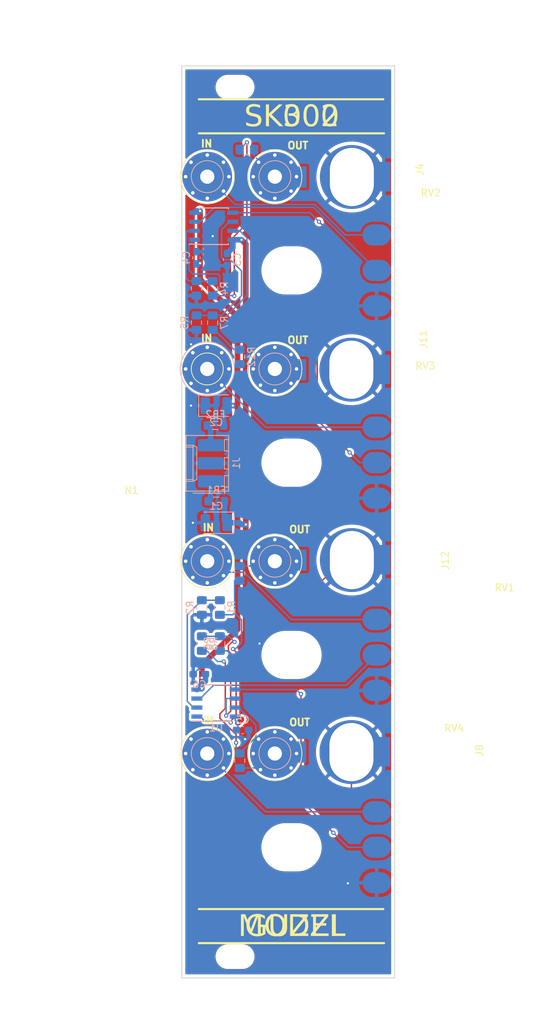
<source format=kicad_pcb>
(kicad_pcb (version 20241229) (generator "pcbnew") (generator_version "9.0")
  (layers (0 "F.Cu" signal) (2 "B.Cu" signal) (13 "F.Paste" user) (15 "B.Paste" user) (5 "F.SilkS" user "F.Silkscreen") (7 "B.SilkS" user "B.Silkscreen") (1 "F.Mask" user) (3 "B.Mask" user) (25 "Edge.Cuts" user))
  (net 0 "")
  (net 1 "+5V")
  (net 2 "GND")
  (net 3 "-5V")
  (net 4 "Net-(J1-Pin_1)")
  (net 5 "Net-(J1-Pin_3)")
  (net 6 "Net-(J2-Pin_1)")
  (net 7 "Net-(J3-Pin_1)")
  (net 8 "Net-(J5-Pin_1)")
  (net 9 "Net-(U1A--)")
  (net 10 "Net-(R1-Pad1)")
  (net 11 "Net-(U2A--)")
  (net 12 "Net-(R11-Pad2)")
  (net 13 "Net-(U1B--)")
  (net 14 "Net-(R8-Pad1)")
  (net 15 "Net-(U1A-+)")
  (net 16 "Net-(U2A-+)")
  (net 17 "Net-(U1B-+)")
  (net 18 "Net-(J4-Pin_1)")
  (net 19 "Net-(J12-Pin_1)")
  (net 20 "Net-(J8-Pin_1)")
  (net 21 "Net-(J10-Pin_1)")
  (net 22 "Net-(J11-Pin_1)")
  (net 23 "Net-(U2B--)")
  (net 24 "Net-(R12-Pad2)")
  (net 25 "Net-(U2B-+)")
  (footprint "synkie_footprints:Potentiometer_Uwe_100k_frontplate" (layer "F.Cu") (at 161.482 74.168)
    (property "Reference" "RV2" (at 19.62 -10.922 180) (layer "F.SilkS"))
    (property "Value" "100k" (hide yes))
    (pad "" np_thru_hole circle (at 0 0) (size 2 2) (drill oval 8 6.3) (layers "*.Cu" "*.Mask"))
    (pad "1" smd oval (at 12 5) (size 4 3) (layers "B.Cu" "B.Mask" "B.Paste") (net 2 "GND"))
    (pad "2" smd oval (at 12 0) (size 4 3) (layers "B.Cu" "B.Mask" "B.Paste") (net 16 "Net-(U2A-+)"))
    (pad "3" smd oval (at 12 -5) (size 4 3) (layers "B.Cu" "B.Mask" "B.Paste") (net 7 "Net-(J3-Pin_1)"))
  )
  (footprint "synkie_footprints:Solderpad-SYNKIEPAD-2mm" (layer "F.Cu") (at 159.131 115.146667)
    (property "Reference" "J6" (hide yes))
    (property "Value" "out1" (hide yes))
    (pad "1" thru_hole circle (at -3.048 0) (size 0.8 0.8) (drill 0.5) (layers "*.Cu" "*.Mask") (net 19 "Net-(J12-Pin_1)"))
    (pad "1" thru_hole circle (at -2.286 -2.032) (size 0.8 0.8) (drill 0.5) (layers "*.Cu" "*.Mask") (net 19 "Net-(J12-Pin_1)"))
    (pad "1" thru_hole circle (at -2.032 2.286) (size 0.8 0.8) (drill 0.5) (layers "*.Cu" "*.Mask") (net 19 "Net-(J12-Pin_1)"))
    (pad "1" thru_hole circle (at 0 -3.048) (size 0.8 0.8) (drill 0.5) (layers "*.Cu" "*.Mask") (net 19 "Net-(J12-Pin_1)"))
    (pad "1" thru_hole circle (at 0 0) (size 7 7) (drill 2) (layers "*.Cu" "*.Mask") (net 19 "Net-(J12-Pin_1)"))
    (pad "1" thru_hole circle (at 0 3.048) (size 0.8 0.8) (drill 0.5) (layers "*.Cu" "*.Mask") (net 19 "Net-(J12-Pin_1)"))
    (pad "1" thru_hole circle (at 2.286 -2.032) (size 0.8 0.8) (drill 0.5) (layers "*.Cu" "*.Mask") (net 19 "Net-(J12-Pin_1)"))
    (pad "1" thru_hole circle (at 2.286 2.032) (size 0.8 0.8) (drill 0.5) (layers "*.Cu" "*.Mask") (net 19 "Net-(J12-Pin_1)"))
    (pad "1" thru_hole circle (at 3.048 0) (size 0.8 0.8) (drill 0.5) (layers "*.Cu" "*.Mask") (net 19 "Net-(J12-Pin_1)"))
  )
  (footprint "synkie_footprints:Solderpad-SYNKIEPAD-2mm" (layer "F.Cu") (at 149.606 115.146667)
    (property "Reference" "J2" (hide yes))
    (property "Value" "in1")
    (pad "1" thru_hole circle (at -3.048 0) (size 0.8 0.8) (drill 0.5) (layers "*.Cu" "*.Mask") (net 6 "Net-(J2-Pin_1)"))
    (pad "1" thru_hole circle (at -2.286 -2.032) (size 0.8 0.8) (drill 0.5) (layers "*.Cu" "*.Mask") (net 6 "Net-(J2-Pin_1)"))
    (pad "1" thru_hole circle (at -2.032 2.286) (size 0.8 0.8) (drill 0.5) (layers "*.Cu" "*.Mask") (net 6 "Net-(J2-Pin_1)"))
    (pad "1" thru_hole circle (at 0 -3.048) (size 0.8 0.8) (drill 0.5) (layers "*.Cu" "*.Mask") (net 6 "Net-(J2-Pin_1)"))
    (pad "1" thru_hole circle (at 0 0) (size 7 7) (drill 2) (layers "*.Cu" "*.Mask") (net 6 "Net-(J2-Pin_1)"))
    (pad "1" thru_hole circle (at 0 3.048) (size 0.8 0.8) (drill 0.5) (layers "*.Cu" "*.Mask") (net 6 "Net-(J2-Pin_1)"))
    (pad "1" thru_hole circle (at 2.286 -2.032) (size 0.8 0.8) (drill 0.5) (layers "*.Cu" "*.Mask") (net 6 "Net-(J2-Pin_1)"))
    (pad "1" thru_hole circle (at 2.286 2.032) (size 0.8 0.8) (drill 0.5) (layers "*.Cu" "*.Mask") (net 6 "Net-(J2-Pin_1)"))
    (pad "1" thru_hole circle (at 3.048 0) (size 0.8 0.8) (drill 0.5) (layers "*.Cu" "*.Mask") (net 6 "Net-(J2-Pin_1)"))
  )
  (footprint "synkie_footprints:Potentiometer_Uwe_100k_frontplate" (layer "F.Cu") (at 161.482 128.354667)
    (property "Reference" "RV1" (at 30.034 -9.482667 180) (layer "F.SilkS"))
    (property "Value" "100k" (hide yes))
    (pad "" np_thru_hole circle (at 0 0) (size 2 2) (drill oval 8 6.3) (layers "*.Cu" "*.Mask"))
    (pad "1" smd oval (at 12 5) (size 4 3) (layers "B.Cu" "B.Mask" "B.Paste") (net 2 "GND"))
    (pad "2" smd oval (at 12 0) (size 4 3) (layers "B.Cu" "B.Mask" "B.Paste") (net 15 "Net-(U1A-+)"))
    (pad "3" smd oval (at 12 -5) (size 4 3) (layers "B.Cu" "B.Mask" "B.Paste") (net 6 "Net-(J2-Pin_1)"))
  )
  (footprint "synkie_footprints:MiniJack-PJ301M_1" (layer "F.Cu") (at 169.982307 114.983306 90)
    (property "Reference" "J12" (at -0.078694 13.151693 90) (layer "F.SilkS"))
    (property "Value" "out-jack")
    (pad "1" smd rect (at 0 -7.366 180) (size 2 3) (layers "B.Cu" "B.Mask" "B.Paste") (net 19 "Net-(J12-Pin_1)"))
    (pad "2" thru_hole circle (at 0 0 180) (size 9 9) (drill oval 6.2 8.2) (layers "*.Cu" "*.Mask") (net 2 "GND"))
    (pad "2" smd rect (at 0.048306 4.515693 90) (size 4.160612 1.871386) (layers "B.Cu" "B.Mask" "B.Paste") (net 2 "GND"))
  )
  (footprint "synkie_footprints:Frontplate_30mm" (layer "F.Cu") (at 146.018 45.356)
    (property "Reference" "N1" (at -7.08 59.8 0) (layer "F.SilkS"))
    (property "Value" "Housing")
    (fp_rect (start 0 0) (end 30 128.5) (stroke (width 0.12)) (fill no) (layer "Edge.Cuts"))
    (fp_text user "SK000" (at 15.5 9 0) (layer "F.SilkS") (effects (font (size 3 3)) (justify bottom)))
    (fp_text user "MODEL" (at 15.5 123.1 0) (layer "F.SilkS") (effects (font (size 3 3)) (justify bottom)))
    (fp_text user "GUZZI" (at 15.5 123.1 0) (layer "F.SilkS") (effects (font (size 3 3)) (justify bottom)))
    (fp_text user "SK302" (at 15.5 9 0) (layer "F.SilkS") (effects (font (size 3 3)) (justify bottom)))
    (pad "" np_thru_hole circle (at 7.5 3) (size 1.524 1.524) (drill oval 5 3) (layers "*.Cu" "*.Mask"))
    (pad "" np_thru_hole circle (at 7.5 125.5) (size 1.524 1.524) (drill oval 5 3) (layers "*.Cu" "*.Mask"))
  )
  (footprint "synkie_footprints:Solderpad-SYNKIEPAD-2mm" (layer "F.Cu") (at 149.606 60.96)
    (property "Reference" "J3" (hide yes))
    (property "Value" "in2")
    (pad "1" thru_hole circle (at -3.048 0) (size 0.8 0.8) (drill 0.5) (layers "*.Cu" "*.Mask") (net 7 "Net-(J3-Pin_1)"))
    (pad "1" thru_hole circle (at -2.286 -2.032) (size 0.8 0.8) (drill 0.5) (layers "*.Cu" "*.Mask") (net 7 "Net-(J3-Pin_1)"))
    (pad "1" thru_hole circle (at -2.032 2.286) (size 0.8 0.8) (drill 0.5) (layers "*.Cu" "*.Mask") (net 7 "Net-(J3-Pin_1)"))
    (pad "1" thru_hole circle (at 0 -3.048) (size 0.8 0.8) (drill 0.5) (layers "*.Cu" "*.Mask") (net 7 "Net-(J3-Pin_1)"))
    (pad "1" thru_hole circle (at 0 0) (size 7 7) (drill 2) (layers "*.Cu" "*.Mask") (net 7 "Net-(J3-Pin_1)"))
    (pad "1" thru_hole circle (at 0 3.048) (size 0.8 0.8) (drill 0.5) (layers "*.Cu" "*.Mask") (net 7 "Net-(J3-Pin_1)"))
    (pad "1" thru_hole circle (at 2.286 -2.032) (size 0.8 0.8) (drill 0.5) (layers "*.Cu" "*.Mask") (net 7 "Net-(J3-Pin_1)"))
    (pad "1" thru_hole circle (at 2.286 2.032) (size 0.8 0.8) (drill 0.5) (layers "*.Cu" "*.Mask") (net 7 "Net-(J3-Pin_1)"))
    (pad "1" thru_hole circle (at 3.048 0) (size 0.8 0.8) (drill 0.5) (layers "*.Cu" "*.Mask") (net 7 "Net-(J3-Pin_1)"))
  )
  (footprint "synkie_footprints:Potentiometer_Uwe_100k_frontplate" (layer "F.Cu") (at 161.482 101.261333)
    (property "Reference" "RV3" (at 18.858 -13.631333 0) (layer "F.SilkS"))
    (property "Value" "100k" (hide yes))
    (pad "" np_thru_hole circle (at 0 0) (size 2 2) (drill oval 8 6.3) (layers "*.Cu" "*.Mask"))
    (pad "1" smd oval (at 12 5) (size 4 3) (layers "B.Cu" "B.Mask" "B.Paste") (net 2 "GND"))
    (pad "2" smd oval (at 12 0) (size 4 3) (layers "B.Cu" "B.Mask" "B.Paste") (net 25 "Net-(U2B-+)"))
    (pad "3" smd oval (at 12 -5) (size 4 3) (layers "B.Cu" "B.Mask" "B.Paste") (net 21 "Net-(J10-Pin_1)"))
  )
  (footprint "synkie_footprints:MiniJack-PJ301M_1" (layer "F.Cu") (at 169.911614 88.161612 90)
    (property "Reference" "J11" (at 4.287612 10.174386 90) (layer "F.SilkS"))
    (property "Value" "out-jack")
    (pad "1" smd rect (at 0 -7.366 180) (size 2 3) (layers "B.Cu" "B.Mask" "B.Paste") (net 22 "Net-(J11-Pin_1)"))
    (pad "2" thru_hole circle (at 0 0 180) (size 9 9) (drill oval 6.2 8.2) (layers "*.Cu" "*.Mask") (net 2 "GND"))
    (pad "2" smd rect (at 0.048306 4.515693 90) (size 4.160612 1.871386) (layers "B.Cu" "B.Mask" "B.Paste") (net 2 "GND"))
  )
  (footprint "synkie_footprints:Solderpad-SYNKIEPAD-2mm" (layer "F.Cu") (at 159.131 60.96)
    (property "Reference" "J7" (hide yes))
    (property "Value" "out1" (hide yes))
    (pad "1" thru_hole circle (at -3.048 0) (size 0.8 0.8) (drill 0.5) (layers "*.Cu" "*.Mask") (net 18 "Net-(J4-Pin_1)"))
    (pad "1" thru_hole circle (at -2.286 -2.032) (size 0.8 0.8) (drill 0.5) (layers "*.Cu" "*.Mask") (net 18 "Net-(J4-Pin_1)"))
    (pad "1" thru_hole circle (at -2.032 2.286) (size 0.8 0.8) (drill 0.5) (layers "*.Cu" "*.Mask") (net 18 "Net-(J4-Pin_1)"))
    (pad "1" thru_hole circle (at 0 -3.048) (size 0.8 0.8) (drill 0.5) (layers "*.Cu" "*.Mask") (net 18 "Net-(J4-Pin_1)"))
    (pad "1" thru_hole circle (at 0 0) (size 7 7) (drill 2) (layers "*.Cu" "*.Mask") (net 18 "Net-(J4-Pin_1)"))
    (pad "1" thru_hole circle (at 0 3.048) (size 0.8 0.8) (drill 0.5) (layers "*.Cu" "*.Mask") (net 18 "Net-(J4-Pin_1)"))
    (pad "1" thru_hole circle (at 2.286 -2.032) (size 0.8 0.8) (drill 0.5) (layers "*.Cu" "*.Mask") (net 18 "Net-(J4-Pin_1)"))
    (pad "1" thru_hole circle (at 2.286 2.032) (size 0.8 0.8) (drill 0.5) (layers "*.Cu" "*.Mask") (net 18 "Net-(J4-Pin_1)"))
    (pad "1" thru_hole circle (at 3.048 0) (size 0.8 0.8) (drill 0.5) (layers "*.Cu" "*.Mask") (net 18 "Net-(J4-Pin_1)"))
  )
  (footprint "synkie_footprints:Solderpad-SYNKIEPAD-2mm" (layer "F.Cu") (at 159.131 142.24)
    (property "Reference" "J9" (hide yes))
    (property "Value" "out3" (hide yes))
    (pad "1" thru_hole circle (at -3.048 0) (size 0.8 0.8) (drill 0.5) (layers "*.Cu" "*.Mask") (net 20 "Net-(J8-Pin_1)"))
    (pad "1" thru_hole circle (at -2.286 -2.032) (size 0.8 0.8) (drill 0.5) (layers "*.Cu" "*.Mask") (net 20 "Net-(J8-Pin_1)"))
    (pad "1" thru_hole circle (at -2.032 2.286) (size 0.8 0.8) (drill 0.5) (layers "*.Cu" "*.Mask") (net 20 "Net-(J8-Pin_1)"))
    (pad "1" thru_hole circle (at 0 -3.048) (size 0.8 0.8) (drill 0.5) (layers "*.Cu" "*.Mask") (net 20 "Net-(J8-Pin_1)"))
    (pad "1" thru_hole circle (at 0 0) (size 7 7) (drill 2) (layers "*.Cu" "*.Mask") (net 20 "Net-(J8-Pin_1)"))
    (pad "1" thru_hole circle (at 0 3.048) (size 0.8 0.8) (drill 0.5) (layers "*.Cu" "*.Mask") (net 20 "Net-(J8-Pin_1)"))
    (pad "1" thru_hole circle (at 2.286 -2.032) (size 0.8 0.8) (drill 0.5) (layers "*.Cu" "*.Mask") (net 20 "Net-(J8-Pin_1)"))
    (pad "1" thru_hole circle (at 2.286 2.032) (size 0.8 0.8) (drill 0.5) (layers "*.Cu" "*.Mask") (net 20 "Net-(J8-Pin_1)"))
    (pad "1" thru_hole circle (at 3.048 0) (size 0.8 0.8) (drill 0.5) (layers "*.Cu" "*.Mask") (net 20 "Net-(J8-Pin_1)"))
  )
  (footprint "synkie_footprints:MiniJack-PJ301M_1" (layer "F.Cu") (at 169.982307 61.008306 90)
    (property "Reference" "J4" (at 1.064306 9.595693 90) (layer "F.SilkS"))
    (property "Value" "out-jack")
    (pad "1" smd rect (at 0 -7.366 180) (size 2 3) (layers "B.Cu" "B.Mask" "B.Paste") (net 18 "Net-(J4-Pin_1)"))
    (pad "2" thru_hole circle (at 0 0 180) (size 9 9) (drill oval 6.2 8.2) (layers "*.Cu" "*.Mask") (net 2 "GND"))
    (pad "2" smd rect (at 0.048306 4.515693 90) (size 4.160612 1.871386) (layers "B.Cu" "B.Mask" "B.Paste") (net 2 "GND"))
  )
  (footprint "synkie_footprints:Solderpad-SYNKIEPAD-2mm" (layer "F.Cu") (at 149.606 142.24)
    (property "Reference" "J5" (hide yes))
    (property "Value" "in3")
    (pad "1" thru_hole circle (at -3.048 0) (size 0.8 0.8) (drill 0.5) (layers "*.Cu" "*.Mask") (net 8 "Net-(J5-Pin_1)"))
    (pad "1" thru_hole circle (at -2.286 -2.032) (size 0.8 0.8) (drill 0.5) (layers "*.Cu" "*.Mask") (net 8 "Net-(J5-Pin_1)"))
    (pad "1" thru_hole circle (at -2.032 2.286) (size 0.8 0.8) (drill 0.5) (layers "*.Cu" "*.Mask") (net 8 "Net-(J5-Pin_1)"))
    (pad "1" thru_hole circle (at 0 -3.048) (size 0.8 0.8) (drill 0.5) (layers "*.Cu" "*.Mask") (net 8 "Net-(J5-Pin_1)"))
    (pad "1" thru_hole circle (at 0 0) (size 7 7) (drill 2) (layers "*.Cu" "*.Mask") (net 8 "Net-(J5-Pin_1)"))
    (pad "1" thru_hole circle (at 0 3.048) (size 0.8 0.8) (drill 0.5) (layers "*.Cu" "*.Mask") (net 8 "Net-(J5-Pin_1)"))
    (pad "1" thru_hole circle (at 2.286 -2.032) (size 0.8 0.8) (drill 0.5) (layers "*.Cu" "*.Mask") (net 8 "Net-(J5-Pin_1)"))
    (pad "1" thru_hole circle (at 2.286 2.032) (size 0.8 0.8) (drill 0.5) (layers "*.Cu" "*.Mask") (net 8 "Net-(J5-Pin_1)"))
    (pad "1" thru_hole circle (at 3.048 0) (size 0.8 0.8) (drill 0.5) (layers "*.Cu" "*.Mask") (net 8 "Net-(J5-Pin_1)"))
  )
  (footprint "synkie_footprints:Potentiometer_Uwe_100k_frontplate" (layer "F.Cu") (at 161.482 155.448)
    (property "Reference" "RV4" (at 22.922 -16.764 180) (layer "F.SilkS"))
    (property "Value" "100k" (hide yes))
    (pad "" np_thru_hole circle (at 0 0) (size 2 2) (drill oval 8 6.3) (layers "*.Cu" "*.Mask"))
    (pad "1" smd oval (at 12 5) (size 4 3) (layers "B.Cu" "B.Mask" "B.Paste") (net 2 "GND"))
    (pad "2" smd oval (at 12 0) (size 4 3) (layers "B.Cu" "B.Mask" "B.Paste") (net 17 "Net-(U1B-+)"))
    (pad "3" smd oval (at 12 -5) (size 4 3) (layers "B.Cu" "B.Mask" "B.Paste") (net 8 "Net-(J5-Pin_1)"))
  )
  (footprint "synkie_footprints:MiniJack-PJ301M_1" (layer "F.Cu") (at 169.926 142.04 90)
    (property "Reference" "J8" (at 0.254 18.034 90) (layer "F.SilkS"))
    (property "Value" "out-jack")
    (pad "1" smd rect (at 0 -7.366 180) (size 2 3) (layers "B.Cu" "B.Mask" "B.Paste") (net 20 "Net-(J8-Pin_1)"))
    (pad "2" thru_hole circle (at 0 0 180) (size 9 9) (drill oval 6.2 8.2) (layers "*.Cu" "*.Mask") (net 2 "GND"))
    (pad "2" smd rect (at 0.048306 4.515693 90) (size 4.160612 1.871386) (layers "B.Cu" "B.Mask" "B.Paste") (net 2 "GND"))
  )
  (footprint "synkie_footprints:Solderpad-SYNKIEPAD-2mm" (layer "F.Cu") (at 159.131 88.053333)
    (property "Reference" "J13" (hide yes))
    (property "Value" "out3")
    (pad "1" thru_hole circle (at -3.048 0) (size 0.8 0.8) (drill 0.5) (layers "*.Cu" "*.Mask") (net 22 "Net-(J11-Pin_1)"))
    (pad "1" thru_hole circle (at -2.286 -2.032) (size 0.8 0.8) (drill 0.5) (layers "*.Cu" "*.Mask") (net 22 "Net-(J11-Pin_1)"))
    (pad "1" thru_hole circle (at -2.032 2.286) (size 0.8 0.8) (drill 0.5) (layers "*.Cu" "*.Mask") (net 22 "Net-(J11-Pin_1)"))
    (pad "1" thru_hole circle (at 0 -3.048) (size 0.8 0.8) (drill 0.5) (layers "*.Cu" "*.Mask") (net 22 "Net-(J11-Pin_1)"))
    (pad "1" thru_hole circle (at 0 0) (size 7 7) (drill 2) (layers "*.Cu" "*.Mask") (net 22 "Net-(J11-Pin_1)"))
    (pad "1" thru_hole circle (at 0 3.048) (size 0.8 0.8) (drill 0.5) (layers "*.Cu" "*.Mask") (net 22 "Net-(J11-Pin_1)"))
    (pad "1" thru_hole circle (at 2.286 -2.032) (size 0.8 0.8) (drill 0.5) (layers "*.Cu" "*.Mask") (net 22 "Net-(J11-Pin_1)"))
    (pad "1" thru_hole circle (at 2.286 2.032) (size 0.8 0.8) (drill 0.5) (layers "*.Cu" "*.Mask") (net 22 "Net-(J11-Pin_1)"))
    (pad "1" thru_hole circle (at 3.048 0) (size 0.8 0.8) (drill 0.5) (layers "*.Cu" "*.Mask") (net 22 "Net-(J11-Pin_1)"))
  )
  (footprint "synkie_footprints:R_0805_2012Metric_Pad1.15x1.40mm_HandSolder" (layer "B.Cu") (at 151.384 126.737 -90)
    (property "Reference" "R6" (at 0 1.65 90) (layer "B.SilkS") (effects (justify mirror)))
    (property "Value" "300")
    (pad "1" smd roundrect (at -1.025 0 270) (size 1.15 1.4) (layers "B.Cu" "B.Mask" "B.Paste") (roundrect_rratio 0.217391) (net 13 "Net-(U1B--)"))
    (pad "2" smd roundrect (at 1.025 0 270) (size 1.15 1.4) (layers "B.Cu" "B.Mask" "B.Paste") (roundrect_rratio 0.217391) (net 2 "GND"))
  )
  (footprint "synkie_footprints:SOIC-8_3.9x4.9mm_P1.27mm" (layer "B.Cu") (at 150.511 67.945)
    (property "Reference" "U2" (hide yes))
    (property "Value" "Max4392")
    (pad "1" smd rect (at -2.7 1.905) (size 1.55 0.6) (layers "B.Cu" "B.Mask" "B.Paste") (net 12 "Net-(R11-Pad2)"))
    (pad "2" smd rect (at -2.7 0.635) (size 1.55 0.6) (layers "B.Cu" "B.Mask" "B.Paste") (net 11 "Net-(U2A--)"))
    (pad "3" smd rect (at -2.7 -0.635) (size 1.55 0.6) (layers "B.Cu" "B.Mask" "B.Paste") (net 16 "Net-(U2A-+)"))
    (pad "4" smd rect (at -2.7 -1.905) (size 1.55 0.6) (layers "B.Cu" "B.Mask" "B.Paste") (net 3 "-5V"))
    (pad "5" smd rect (at 2.7 -1.905) (size 1.55 0.6) (layers "B.Cu" "B.Mask" "B.Paste") (net 25 "Net-(U2B-+)"))
    (pad "6" smd rect (at 2.7 -0.635) (size 1.55 0.6) (layers "B.Cu" "B.Mask" "B.Paste") (net 23 "Net-(U2B--)"))
    (pad "7" smd rect (at 2.7 0.635) (size 1.55 0.6) (layers "B.Cu" "B.Mask" "B.Paste") (net 24 "Net-(R12-Pad2)"))
    (pad "8" smd rect (at 2.7 1.905) (size 1.55 0.6) (layers "B.Cu" "B.Mask" "B.Paste") (net 1 "+5V"))
  )
  (footprint "Capacitor_SMD:C_0603_1608Metric_Pad1.08x0.95mm_HandSolder" (layer "B.Cu") (at 148.082 72.39 -90)
    (property "Reference" "C4" (at 0 1.43 90) (layer "B.SilkS") (effects (justify mirror)))
    (property "Value" "C")
    (pad "1" smd roundrect (at -0.8625 0 270) (size 1.075 0.95) (layers "B.Cu" "B.Mask" "B.Paste") (net 2 "GND"))
    (pad "2" smd roundrect (at 0.8625 0 270) (size 1.075 0.95) (layers "B.Cu" "B.Mask" "B.Paste") (net 3 "-5V"))
  )
  (footprint "Capacitor_SMD:C_0603_1608Metric_Pad1.08x0.95mm_HandSolder" (layer "B.Cu") (at 154.5855 138.938 180)
    (property "Reference" "C5" (at 0 1.43 180) (layer "B.SilkS") (effects (justify mirror)))
    (property "Value" "C")
    (pad "1" smd roundrect (at -0.8625 0 180) (size 1.075 0.95) (layers "B.Cu" "B.Mask" "B.Paste") (net 2 "GND"))
    (pad "2" smd roundrect (at 0.8625 0 180) (size 1.075 0.95) (layers "B.Cu" "B.Mask" "B.Paste") (net 1 "+5V"))
  )
  (footprint "synkie_footprints:Solderpad-SYNKIEPAD-2mm" (layer "B.Cu") (at 149.606 88.053333 90)
    (property "Reference" "J10" (hide yes))
    (property "Value" "in3")
    (pad "1" thru_hole circle (at -3.048 0 90) (size 0.8 0.8) (drill 0.5) (layers "*.Cu" "*.Mask") (net 21 "Net-(J10-Pin_1)"))
    (pad "1" thru_hole circle (at -2.286 2.032 90) (size 0.8 0.8) (drill 0.5) (layers "*.Cu" "*.Mask") (net 21 "Net-(J10-Pin_1)"))
    (pad "1" thru_hole circle (at -2.032 -2.286 90) (size 0.8 0.8) (drill 0.5) (layers "*.Cu" "*.Mask") (net 21 "Net-(J10-Pin_1)"))
    (pad "1" thru_hole circle (at 0 -3.048 90) (size 0.8 0.8) (drill 0.5) (layers "*.Cu" "*.Mask") (net 21 "Net-(J10-Pin_1)"))
    (pad "1" thru_hole circle (at 0 0 90) (size 7 7) (drill 2) (layers "*.Cu" "*.Mask") (net 21 "Net-(J10-Pin_1)"))
    (pad "1" thru_hole circle (at 0 3.048 90) (size 0.8 0.8) (drill 0.5) (layers "*.Cu" "*.Mask") (net 21 "Net-(J10-Pin_1)"))
    (pad "1" thru_hole circle (at 2.286 -2.032 90) (size 0.8 0.8) (drill 0.5) (layers "*.Cu" "*.Mask") (net 21 "Net-(J10-Pin_1)"))
    (pad "1" thru_hole circle (at 2.286 2.032 90) (size 0.8 0.8) (drill 0.5) (layers "*.Cu" "*.Mask") (net 21 "Net-(J10-Pin_1)"))
    (pad "1" thru_hole circle (at 3.048 0 90) (size 0.8 0.8) (drill 0.5) (layers "*.Cu" "*.Mask") (net 21 "Net-(J10-Pin_1)"))
  )
  (footprint "Inductor_SMD:L_0805_2012Metric_Pad1.05x1.20mm_HandSolder" (layer "B.Cu") (at 150.756 96.012 180)
    (property "Reference" "FB2" (at 0 1.55 0) (layer "B.SilkS") (effects (justify mirror)))
    (property "Value" "Ferrite_Bead")
    (pad "1" smd roundrect (at -1.15 0 180) (size 1.05 1.2) (layers "B.Cu" "B.Mask" "B.Paste") (roundrect_rratio 0.238095) (net 3 "-5V"))
    (pad "2" smd roundrect (at 1.15 0 180) (size 1.05 1.2) (layers "B.Cu" "B.Mask" "B.Paste") (roundrect_rratio 0.238095) (net 5 "Net-(J1-Pin_3)"))
  )
  (footprint "synkie_footprints:R_0805_2012Metric_Pad1.15x1.40mm_HandSolder" (layer "B.Cu") (at 154.178 143.247 90)
    (property "Reference" "R9" (hide yes))
    (property "Value" "75" (hide yes))
    (pad "1" smd roundrect (at -1.025 0 90) (size 1.15 1.4) (layers "B.Cu" "B.Mask" "B.Paste") (roundrect_rratio 0.217391) (net 20 "Net-(J8-Pin_1)"))
    (pad "2" smd roundrect (at 1.025 0 90) (size 1.15 1.4) (layers "B.Cu" "B.Mask" "B.Paste") (roundrect_rratio 0.217391) (net 14 "Net-(R8-Pad1)"))
  )
  (footprint "Inductor_SMD:L_0805_2012Metric_Pad1.05x1.20mm_HandSolder" (layer "B.Cu") (at 150.876 106.68 180)
    (property "Reference" "FB1" (at 0 1.55 0) (layer "B.SilkS") (effects (justify mirror)))
    (property "Value" "Ferrite_Bead")
    (pad "1" smd roundrect (at -1.15 0 180) (size 1.05 1.2) (layers "B.Cu" "B.Mask" "B.Paste") (roundrect_rratio 0.238095) (net 1 "+5V"))
    (pad "2" smd roundrect (at 1.15 0 180) (size 1.05 1.2) (layers "B.Cu" "B.Mask" "B.Paste") (roundrect_rratio 0.238095) (net 4 "Net-(J1-Pin_1)"))
  )
  (footprint "synkie_footprints:Molex_KK-254_AE-6410-03A_1x03_P2.54mm_Vertical_SMD" (layer "B.Cu") (at 149.586 103.886 90)
    (property "Reference" "J1" (at 2.54 4.12 270) (layer "B.SilkS") (effects (justify mirror)))
    (property "Value" "Supply")
    (pad "1" smd roundrect (at 0 0.5 90) (size 1.74 3.6) (layers "B.Cu" "B.Mask" "B.Paste") (roundrect_rratio 0.143678) (net 4 "Net-(J1-Pin_1)"))
    (pad "2" smd roundrect (at 2.54 0.5 90) (size 1.74 3.6) (layers "B.Cu" "B.Mask" "B.Paste") (roundrect_rratio 0.143678) (net 2 "GND"))
    (pad "3" smd roundrect (at 5.08 0.5 90) (size 1.74 3.6) (layers "B.Cu" "B.Mask" "B.Paste") (roundrect_rratio 0.143678) (net 5 "Net-(J1-Pin_3)"))
  )
  (footprint "Capacitor_SMD:C_0603_1608Metric_Pad1.08x0.95mm_HandSolder" (layer "B.Cu") (at 152.4 72.644 90)
    (property "Reference" "C3" (at 0 1.43 90) (layer "B.SilkS") (effects (justify mirror)))
    (property "Value" "C")
    (pad "1" smd roundrect (at -0.8625 0 90) (size 1.075 0.95) (layers "B.Cu" "B.Mask" "B.Paste") (net 2 "GND"))
    (pad "2" smd roundrect (at 0.8625 0 90) (size 1.075 0.95) (layers "B.Cu" "B.Mask" "B.Paste") (net 1 "+5V"))
  )
  (footprint "synkie_footprints:R_0805_2012Metric_Pad1.15x1.40mm_HandSolder" (layer "B.Cu") (at 154.178 86.351 90)
    (property "Reference" "R12" (at 0 1.65 90) (layer "B.SilkS") (effects (justify mirror)))
    (property "Value" "75")
    (pad "1" smd roundrect (at -1.025 0 90) (size 1.15 1.4) (layers "B.Cu" "B.Mask" "B.Paste") (roundrect_rratio 0.217391) (net 22 "Net-(J11-Pin_1)"))
    (pad "2" smd roundrect (at 1.025 0 90) (size 1.15 1.4) (layers "B.Cu" "B.Mask" "B.Paste") (roundrect_rratio 0.217391) (net 24 "Net-(R12-Pad2)"))
  )
  (footprint "Capacitor_SMD:C_0603_1608Metric_Pad1.08x0.95mm_HandSolder" (layer "B.Cu") (at 148.4895 131.064)
    (property "Reference" "C6" (at 0 1.43 180) (layer "B.SilkS") (effects (justify mirror)))
    (property "Value" "C")
    (pad "1" smd roundrect (at -0.8625 0) (size 1.075 0.95) (layers "B.Cu" "B.Mask" "B.Paste") (net 2 "GND"))
    (pad "2" smd roundrect (at 0.8625 0) (size 1.075 0.95) (layers "B.Cu" "B.Mask" "B.Paste") (net 3 "-5V"))
  )
  (footprint "synkie_footprints:R_0805_2012Metric_Pad1.15x1.40mm_HandSolder" (layer "B.Cu") (at 151.384 121.666 90)
    (property "Reference" "R1" (at 0 1.65 90) (layer "B.SilkS") (effects (justify mirror)))
    (property "Value" "1k2")
    (pad "1" smd roundrect (at -1.025 0 90) (size 1.15 1.4) (layers "B.Cu" "B.Mask" "B.Paste") (roundrect_rratio 0.217391) (net 10 "Net-(R1-Pad1)"))
    (pad "2" smd roundrect (at 1.025 0 90) (size 1.15 1.4) (layers "B.Cu" "B.Mask" "B.Paste") (roundrect_rratio 0.217391) (net 9 "Net-(U1A--)"))
  )
  (footprint "synkie_footprints:R_0805_2012Metric_Pad1.15x1.40mm_HandSolder" (layer "B.Cu") (at 150.368 81.525 90)
    (property "Reference" "R7" (at 0 1.65 90) (layer "B.SilkS") (effects (justify mirror)))
    (property "Value" "1k2")
    (pad "1" smd roundrect (at -1.025 0 90) (size 1.15 1.4) (layers "B.Cu" "B.Mask" "B.Paste") (roundrect_rratio 0.217391) (net 24 "Net-(R12-Pad2)"))
    (pad "2" smd roundrect (at 1.025 0 90) (size 1.15 1.4) (layers "B.Cu" "B.Mask" "B.Paste") (roundrect_rratio 0.217391) (net 23 "Net-(U2B--)"))
  )
  (footprint "synkie_footprints:R_0805_2012Metric_Pad1.15x1.40mm_HandSolder" (layer "B.Cu") (at 150.368 76.699 90)
    (property "Reference" "R4" (at 0 1.65 90) (layer "B.SilkS") (effects (justify mirror)))
    (property "Value" "1k2" (hide yes))
    (pad "1" smd roundrect (at -1.025 0 90) (size 1.15 1.4) (layers "B.Cu" "B.Mask" "B.Paste") (roundrect_rratio 0.217391) (net 12 "Net-(R11-Pad2)"))
    (pad "2" smd roundrect (at 1.025 0 90) (size 1.15 1.4) (layers "B.Cu" "B.Mask" "B.Paste") (roundrect_rratio 0.217391) (net 11 "Net-(U2A--)"))
  )
  (footprint "synkie_footprints:R_0805_2012Metric_Pad1.15x1.40mm_HandSolder" (layer "B.Cu") (at 148.082 81.525 -90)
    (property "Reference" "R5" (at 0 1.65 90) (layer "B.SilkS") (effects (justify mirror)))
    (property "Value" "300")
    (pad "1" smd roundrect (at -1.025 0 270) (size 1.15 1.4) (layers "B.Cu" "B.Mask" "B.Paste") (roundrect_rratio 0.217391) (net 23 "Net-(U2B--)"))
    (pad "2" smd roundrect (at 1.025 0 270) (size 1.15 1.4) (layers "B.Cu" "B.Mask" "B.Paste") (roundrect_rratio 0.217391) (net 2 "GND"))
  )
  (footprint "synkie_footprints:R_0805_2012Metric_Pad1.15x1.40mm_HandSolder" (layer "B.Cu") (at 148.082 76.699 -90)
    (property "Reference" "R3" (hide yes))
    (property "Value" "300" (hide yes))
    (pad "1" smd roundrect (at -1.025 0 270) (size 1.15 1.4) (layers "B.Cu" "B.Mask" "B.Paste") (roundrect_rratio 0.217391) (net 11 "Net-(U2A--)"))
    (pad "2" smd roundrect (at 1.025 0 270) (size 1.15 1.4) (layers "B.Cu" "B.Mask" "B.Paste") (roundrect_rratio 0.217391) (net 2 "GND"))
  )
  (footprint "Capacitor_Tantalum_SMD:CP_EIA-3528-21_Kemet-B" (layer "B.Cu") (at 150.86 93.218)
    (property "Reference" "C2" (at 0 2.35 0) (layer "B.SilkS") (effects (justify mirror)))
    (property "Value" "10u")
    (pad "1" smd roundrect (at -1.54 0) (size 1.34 2.39) (layers "B.Cu" "B.Mask" "B.Paste") (roundrect_rratio 0.186567) (net 2 "GND"))
    (pad "2" smd roundrect (at 1.54 0) (size 1.34 2.39) (layers "B.Cu" "B.Mask" "B.Paste") (roundrect_rratio 0.186567) (net 3 "-5V"))
  )
  (footprint "synkie_footprints:SOIC-8_3.9x4.9mm_P1.27mm" (layer "B.Cu") (at 150.842904 135.128)
    (property "Reference" "U1" (at 0 3.5 180) (layer "B.SilkS") (effects (justify mirror)))
    (property "Value" "Max4392")
    (pad "1" smd rect (at -2.7 1.905) (size 1.55 0.6) (layers "B.Cu" "B.Mask" "B.Paste") (net 10 "Net-(R1-Pad1)"))
    (pad "2" smd rect (at -2.7 0.635) (size 1.55 0.6) (layers "B.Cu" "B.Mask" "B.Paste") (net 9 "Net-(U1A--)"))
    (pad "3" smd rect (at -2.7 -0.635) (size 1.55 0.6) (layers "B.Cu" "B.Mask" "B.Paste") (net 15 "Net-(U1A-+)"))
    (pad "4" smd rect (at -2.7 -1.905) (size 1.55 0.6) (layers "B.Cu" "B.Mask" "B.Paste") (net 3 "-5V"))
    (pad "5" smd rect (at 2.7 -1.905) (size 1.55 0.6) (layers "B.Cu" "B.Mask" "B.Paste") (net 17 "Net-(U1B-+)"))
    (pad "6" smd rect (at 2.7 -0.635) (size 1.55 0.6) (layers "B.Cu" "B.Mask" "B.Paste") (net 13 "Net-(U1B--)"))
    (pad "7" smd rect (at 2.7 0.635) (size 1.55 0.6) (layers "B.Cu" "B.Mask" "B.Paste") (net 14 "Net-(R8-Pad1)"))
    (pad "8" smd rect (at 2.7 1.905) (size 1.55 0.6) (layers "B.Cu" "B.Mask" "B.Paste") (net 1 "+5V"))
  )
  (footprint "synkie_footprints:R_0805_2012Metric_Pad1.15x1.40mm_HandSolder" (layer "B.Cu") (at 148.844 126.746 90)
    (property "Reference" "R8" (at 0 1.65 90) (layer "B.SilkS") (effects (justify mirror)))
    (property "Value" "1k2")
    (pad "1" smd roundrect (at -1.025 0 90) (size 1.15 1.4) (layers "B.Cu" "B.Mask" "B.Paste") (roundrect_rratio 0.217391) (net 14 "Net-(R8-Pad1)"))
    (pad "2" smd roundrect (at 1.025 0 90) (size 1.15 1.4) (layers "B.Cu" "B.Mask" "B.Paste") (roundrect_rratio 0.217391) (net 13 "Net-(U1B--)"))
  )
  (footprint "synkie_footprints:R_0805_2012Metric_Pad1.15x1.40mm_HandSolder" (layer "B.Cu") (at 155.185 57.15 180)
    (property "Reference" "R11" (hide yes))
    (property "Value" "75" (hide yes))
    (pad "1" smd roundrect (at -1.025 0 180) (size 1.15 1.4) (layers "B.Cu" "B.Mask" "B.Paste") (roundrect_rratio 0.217391) (net 18 "Net-(J4-Pin_1)"))
    (pad "2" smd roundrect (at 1.025 0 180) (size 1.15 1.4) (layers "B.Cu" "B.Mask" "B.Paste") (roundrect_rratio 0.217391) (net 12 "Net-(R11-Pad2)"))
  )
  (footprint "synkie_footprints:R_0805_2012Metric_Pad1.15x1.40mm_HandSolder" (layer "B.Cu") (at 154.178 116.849 -90)
    (property "Reference" "R10" (hide yes))
    (property "Value" "75" (hide yes))
    (pad "1" smd roundrect (at -1.025 0 270) (size 1.15 1.4) (layers "B.Cu" "B.Mask" "B.Paste") (roundrect_rratio 0.217391) (net 19 "Net-(J12-Pin_1)"))
    (pad "2" smd roundrect (at 1.025 0 270) (size 1.15 1.4) (layers "B.Cu" "B.Mask" "B.Paste") (roundrect_rratio 0.217391) (net 10 "Net-(R1-Pad1)"))
  )
  (footprint "Capacitor_Tantalum_SMD:CP_EIA-3528-21_Kemet-B" (layer "B.Cu") (at 150.876 109.728 180)
    (property "Reference" "C1" (at 0 2.35 180) (layer "B.SilkS") (effects (justify mirror)))
    (property "Value" "10u")
    (pad "1" smd roundrect (at -1.54 0 180) (size 1.34 2.39) (layers "B.Cu" "B.Mask" "B.Paste") (roundrect_rratio 0.186567) (net 1 "+5V"))
    (pad "2" smd roundrect (at 1.54 0 180) (size 1.34 2.39) (layers "B.Cu" "B.Mask" "B.Paste") (roundrect_rratio 0.186567) (net 2 "GND"))
  )
  (footprint "synkie_footprints:R_0805_2012Metric_Pad1.15x1.40mm_HandSolder" (layer "B.Cu") (at 148.844 121.666 -90)
    (property "Reference" "R2" (at 0 1.65 90) (layer "B.SilkS") (effects (justify mirror)))
    (property "Value" "300")
    (pad "1" smd roundrect (at -1.025 0 270) (size 1.15 1.4) (layers "B.Cu" "B.Mask" "B.Paste") (roundrect_rratio 0.217391) (net 9 "Net-(U1A--)"))
    (pad "2" smd roundrect (at 1.025 0 270) (size 1.15 1.4) (layers "B.Cu" "B.Mask" "B.Paste") (roundrect_rratio 0.217391) (net 2 "GND"))
  )
  (gr_text "OUT" (at 161.036 138.43 0) (layer "F.SilkS") (effects (font (size 1 1) (thickness 0.25) (bold yes)) (justify left bottom)))
  (gr_text "OUT" (at 160.782 57.15 0) (layer "F.SilkS") (effects (font (size 1 1) (thickness 0.25) (bold yes)) (justify left bottom)))
  (gr_text "IN" (at 148.844 138.176 0) (layer "F.SilkS") (effects (font (size 1 1) (thickness 0.25) (bold yes)) (justify left bottom)))
  (gr_text "IN" (at 148.59 56.896 0) (layer "F.SilkS") (effects (font (size 1 1) (thickness 0.25) (bold yes)) (justify left bottom)))
  (gr_text "IN" (at 148.844 110.998 0) (layer "F.SilkS") (effects (font (size 1 1) (thickness 0.25) (bold yes)) (justify left bottom)))
  (gr_text "IN" (at 148.59 84.328 0) (layer "F.SilkS") (effects (font (size 1 1) (thickness 0.25) (bold yes)) (justify left bottom)))
  (gr_text "OUT" (at 161.036 111.252 0) (layer "F.SilkS") (effects (font (size 1 1) (thickness 0.25) (bold yes)) (justify left bottom)))
  (gr_text "OUT" (at 160.782 84.582 0) (layer "F.SilkS") (effects (font (size 1 1) (thickness 0.25) (bold yes)) (justify left bottom)))
  (segment (start 155.03 70.448) (end 154.432 69.85) (width 0.8) (layer "F.Cu") (net 1))
  (segment (start 154.4105 137.4355) (end 153.924 137.922) (width 0.8) (layer "F.Cu") (net 1))
  (segment (start 155.03 110.8865) (end 155.03 70.448) (width 0.8) (layer "F.Cu") (net 1))
  (via (at 155.03 109.982) (size 0.6) (drill 0.3) (layers "F.Cu" "B.Cu") (net 1))
  (via (at 154.432 69.85) (size 0.6) (drill 0.3) (layers "F.Cu" "B.Cu") (net 1))
  (via (at 153.924 137.922) (size 0.6) (drill 0.3) (layers "F.Cu" "B.Cu") (net 1))
  (segment (start 153.211 70.9705) (end 152.4 71.7815) (width 0.8) (layer "B.Cu") (net 1))
  (segment (start 153.542904 137.540904) (end 153.924 137.922) (width 0.2) (layer "B.Cu") (net 1))
  (segment (start 153.542904 137.033) (end 153.542904 137.540904) (width 0.2) (layer "B.Cu") (net 1))
  (segment (start 152.026 106.68) (end 152.026 109.338) (width 0.8) (layer "B.Cu") (net 1))
  (segment (start 153.924 137.922) (end 153.924 138.737) (width 0.2) (layer "B.Cu") (net 1))
  (segment (start 152.026 109.338) (end 152.416 109.728) (width 0.8) (layer "B.Cu") (net 1))
  (segment (start 153.924 138.737) (end 153.723 138.938) (width 0.2) (layer "B.Cu") (net 1))
  (segment (start 155.03 109.982) (end 154.4105 109.982) (width 0.8) (layer "B.Cu") (net 1))
  (segment (start 153.211 69.85) (end 153.211 70.9705) (width 0.8) (layer "B.Cu") (net 1))
  (segment (start 154.4105 109.982) (end 154.1565 109.728) (width 0.8) (layer "B.Cu") (net 1))
  (segment (start 154.1565 109.728) (end 152.416 109.728) (width 0.8) (layer "B.Cu") (net 1))
  (segment (start 154.432 69.85) (end 153.211 69.85) (width 0.8) (layer "B.Cu") (net 1))
  (segment (start 156.972 126.746) (end 156.972 126.709952) (width 0.2) (layer "F.Cu") (net 2))
  (segment (start 156.881 137.759) (end 156.881 126.800952) (width 0.2) (layer "F.Cu") (net 2))
  (segment (start 147.32 78.486) (end 147.32 75.946) (width 0.2) (layer "F.Cu") (net 2))
  (segment (start 169.926 159.766) (end 169.926 142.24) (width 0.2) (layer "F.Cu") (net 2))
  (segment (start 147.32 109.474) (end 147.574 109.728) (width 0.2) (layer "F.Cu") (net 2))
  (segment (start 156.972 126.709952) (end 168.698646 114.983306) (width 0.2) (layer "F.Cu") (net 2))
  (segment (start 147.32 93.218) (end 147.32 109.474) (width 0.2) (layer "F.Cu") (net 2))
  (segment (start 147.32 84.582) (end 147.32 78.486) (width 0.2) (layer "F.Cu") (net 2))
  (segment (start 154.94 139.7) (end 156.881 137.759) (width 0.2) (layer "F.Cu") (net 2))
  (segment (start 156.881 126.800952) (end 156.972 126.709952) (width 0.2) (layer "F.Cu") (net 2))
  (segment (start 154.94 140.208) (end 154.94 139.7) (width 0.2) (layer "F.Cu") (net 2))
  (segment (start 169.418 160.274) (end 169.926 159.766) (width 0.2) (layer "F.Cu") (net 2))
  (segment (start 150.368 69.342) (end 150.368 74.422) (width 0.2) (layer "F.Cu") (net 2))
  (segment (start 168.698646 114.983306) (end 169.982307 114.983306) (width 0.2) (layer "F.Cu") (net 2))
  (segment (start 169.418 160.528) (end 169.418 160.274) (width 0.2) (layer "F.Cu") (net 2))
  (segment (start 150.368 74.422) (end 152.146 76.2) (width 0.2) (layer "F.Cu") (net 2))
  (via (at 147.574 109.728) (size 0.6) (drill 0.3) (layers "F.Cu" "B.Cu") (net 2))
  (via (at 147.32 84.582) (size 0.6) (drill 0.3) (layers "F.Cu" "B.Cu") (net 2))
  (via (at 147.32 93.218) (size 0.6) (drill 0.3) (layers "F.Cu" "B.Cu") (net 2))
  (via (at 169.418 160.528) (size 0.6) (drill 0.3) (layers "F.Cu" "B.Cu") (net 2))
  (via (at 150.368 69.342) (size 0.6) (drill 0.3) (layers "F.Cu" "B.Cu") (net 2))
  (via (at 152.146 76.2) (size 0.6) (drill 0.3) (layers "F.Cu" "B.Cu") (net 2))
  (via (at 154.94 140.208) (size 0.6) (drill 0.3) (layers "F.Cu" "B.Cu") (net 2))
  (via (at 156.972 126.746) (size 0.6) (drill 0.3) (layers "F.Cu" "B.Cu") (net 2))
  (segment (start 148.082 83.82) (end 147.32 84.582) (width 0.2) (layer "B.Cu") (net 2))
  (segment (start 155.448 139.7) (end 154.94 140.208) (width 0.2) (layer "B.Cu") (net 2))
  (segment (start 149.151 129.54) (end 147.627 131.064) (width 0.2) (layer "B.Cu") (net 2))
  (segment (start 152.908 128.27) (end 155.448 128.27) (width 0.2) (layer "B.Cu") (net 2))
  (segment (start 155.448 128.27) (end 156.972 126.746) (width 0.2) (layer "B.Cu") (net 2))
  (segment (start 169.498 160.448) (end 169.418 160.528) (width 0.2) (layer "B.Cu") (net 2))
  (segment (start 152.908 130.81) (end 152.654 131.064) (width 0.2) (layer "B.Cu") (net 2))
  (segment (start 152.146 75.438) (end 152.4 75.184) (width 0.2) (layer "B.Cu") (net 2))
  (segment (start 148.082 82.55) (end 148.082 83.82) (width 0.2) (layer "B.Cu") (net 2))
  (segment (start 150.167 69.342) (end 150.368 69.342) (width 0.2) (layer "B.Cu") (net 2))
  (segment (start 155.448 138.938) (end 155.448 139.7) (width 0.2) (layer "B.Cu") (net 2))
  (segment (start 152.908 128.27) (end 152.908 130.81) (width 0.2) (layer "B.Cu") (net 2))
  (segment (start 173.482 160.448) (end 169.498 160.448) (width 0.2) (layer "B.Cu") (net 2))
  (segment (start 149.32 93.218) (end 147.32 93.218) (width 0.2) (layer "B.Cu") (net 2))
  (segment (start 151.384 127.762) (end 152.4 127.762) (width 0.2) (layer "B.Cu") (net 2))
  (segment (start 150.114 129.54) (end 149.151 129.54) (width 0.2) (layer "B.Cu") (net 2))
  (segment (start 152.654 131.064) (end 151.638 131.064) (width 0.2) (layer "B.Cu") (net 2))
  (segment (start 152.4 127.762) (end 152.908 128.27) (width 0.2) (layer "B.Cu") (net 2))
  (segment (start 152.4 75.184) (end 152.4 73.5065) (width 0.2) (layer "B.Cu") (net 2))
  (segment (start 152.146 76.2) (end 152.146 75.438) (width 0.2) (layer "B.Cu") (net 2))
  (segment (start 151.638 131.064) (end 150.114 129.54) (width 0.2) (layer "B.Cu") (net 2))
  (segment (start 147.574 109.728) (end 149.336 109.728) (width 0.2) (layer "B.Cu") (net 2))
  (segment (start 148.59 75.438) (end 153.871067 80.719067) (width 0.8) (layer "F.Cu") (net 3))
  (segment (start 153.871067 124.766933) (end 148.844 129.794) (width 0.8) (layer "F.Cu") (net 3))
  (segment (start 148.59 65.786) (end 148.59 73.152) (width 0.8) (layer "F.Cu") (net 3))
  (segment (start 148.59 73.152) (end 148.59 75.438) (width 0.8) (layer "F.Cu") (net 3))
  (segment (start 148.844 129.794) (end 148.844 133.096) (width 0.8) (layer "F.Cu") (net 3))
  (segment (start 148.59 73.152) (end 148.590001 73.151999) (width 0.2) (layer "F.Cu") (net 3))
  (segment (start 153.871067 80.719067) (end 153.871067 93.218) (width 0.8) (layer "F.Cu") (net 3))
  (segment (start 153.871067 93.218) (end 153.871067 124.766933) (width 0.8) (layer "F.Cu") (net 3))
  (segment (start 153.207 93.218) (end 153.871067 93.218) (width 0.8) (layer "F.Cu") (net 3))
  (via (at 148.59 65.786) (size 0.6) (drill 0.3) (layers "F.Cu" "B.Cu") (net 3))
  (via (at 153.207 93.218) (size 0.6) (drill 0.3) (layers "F.Cu" "B.Cu") (net 3))
  (via (at 148.844 133.096) (size 0.6) (drill 0.3) (layers "F.Cu" "B.Cu") (net 3))
  (via (at 148.844 131.572) (size 0.6) (drill 0.3) (layers "F.Cu" "B.Cu") (net 3))
  (via (at 148.590001 73.151999) (size 0.6) (drill 0.3) (layers "F.Cu" "B.Cu") (net 3))
  (segment (start 149.352 131.064) (end 148.844 131.572) (width 0.2) (layer "B.Cu") (net 3))
  (segment (start 151.906 96.012) (end 151.906 93.712) (width 0.8) (layer "B.Cu") (net 3))
  (segment (start 148.082 73.2525) (end 148.182501 73.151999) (width 0.2) (layer "B.Cu") (net 3))
  (segment (start 148.844 133.096) (end 148.269904 133.096) (width 0.8) (layer "B.Cu") (net 3))
  (segment (start 149.352 132.013904) (end 149.352 131.064) (width 0.8) (layer "B.Cu") (net 3))
  (segment (start 151.906 93.712) (end 152.4 93.218) (width 0.8) (layer "B.Cu") (net 3))
  (segment (start 152.4 93.218) (end 153.207 93.218) (width 0.8) (layer "B.Cu") (net 3))
  (segment (start 148.142904 133.223) (end 149.352 132.013904) (width 0.8) (layer "B.Cu") (net 3))
  (segment (start 148.065 65.786) (end 147.811 66.04) (width 0.8) (layer "B.Cu") (net 3))
  (segment (start 148.182501 73.151999) (end 148.590001 73.151999) (width 0.2) (layer "B.Cu") (net 3))
  (segment (start 148.269904 133.096) (end 148.142904 133.223) (width 0.8) (layer "B.Cu") (net 3))
  (segment (start 148.59 65.786) (end 148.065 65.786) (width 0.8) (layer "B.Cu") (net 3))
  (segment (start 150.086 106.32) (end 149.726 106.68) (width 0.8) (layer "B.Cu") (net 4))
  (segment (start 150.086 103.886) (end 150.086 106.32) (width 0.8) (layer "B.Cu") (net 4))
  (segment (start 150.086 96.492) (end 149.606 96.012) (width 0.8) (layer "B.Cu") (net 5))
  (segment (start 150.086 98.806) (end 150.086 96.492) (width 0.8) (layer "B.Cu") (net 5))
  (segment (start 161.454667 123.354667) (end 154.8 116.7) (width 0.2) (layer "B.Cu") (net 6))
  (segment (start 173.482 123.354667) (end 161.454667 123.354667) (width 0.2) (layer "B.Cu") (net 6))
  (segment (start 154.8 116.7) (end 151.159333 116.7) (width 0.2) (layer "B.Cu") (net 6))
  (segment (start 151.159333 116.7) (end 149.606 115.146667) (width 0.2) (layer "B.Cu") (net 6))
  (segment (start 149.606 60.96) (end 153.524 64.878) (width 0.2) (layer "B.Cu") (net 7))
  (segment (start 169.047686 69.168) (end 173.482 69.168) (width 0.2) (layer "B.Cu") (net 7))
  (segment (start 153.524 64.878) (end 164.757686 64.878) (width 0.2) (layer "B.Cu") (net 7))
  (segment (start 164.757686 64.878) (end 169.047686 69.168) (width 0.2) (layer "B.Cu") (net 7))
  (segment (start 157.814 150.448) (end 173.482 150.448) (width 0.2) (layer "B.Cu") (net 8))
  (segment (start 149.606 142.24) (end 157.814 150.448) (width 0.2) (layer "B.Cu") (net 8))
  (segment (start 146.7885 134.883596) (end 146.7885 122.6965) (width 0.2) (layer "B.Cu") (net 9))
  (segment (start 147.667904 135.763) (end 146.7885 134.883596) (width 0.2) (layer "B.Cu") (net 9))
  (segment (start 148.142904 135.763) (end 147.667904 135.763) (width 0.2) (layer "B.Cu") (net 9))
  (segment (start 148.844 120.641) (end 151.384 120.641) (width 0.2) (layer "B.Cu") (net 9))
  (segment (start 146.7885 122.6965) (end 148.844 120.641) (width 0.2) (layer "B.Cu") (net 9))
  (segment (start 152.908 137.883002) (end 152.908 137.668) (width 0.2) (layer "F.Cu") (net 10))
  (segment (start 153.416 127.651676) (end 153.272324 127.508) (width 0.2) (layer "F.Cu") (net 10))
  (segment (start 153.67 136.906) (end 153.67 127.95) (width 0.2) (layer "F.Cu") (net 10))
  (segment (start 153.272324 127.508) (end 153.228 127.508) (width 0.2) (layer "F.Cu") (net 10))
  (segment (start 152.908 137.668) (end 153.67 136.906) (width 0.2) (layer "F.Cu") (net 10))
  (segment (start 153.67 127.95) (end 153.228 127.508) (width 0.2) (layer "F.Cu") (net 10))
  (via (at 153.228 127.508) (size 0.6) (drill 0.3) (layers "F.Cu" "B.Cu") (net 10))
  (via (at 152.908 137.883002) (size 0.6) (drill 0.3) (layers "F.Cu" "B.Cu") (net 10))
  (segment (start 148.142904 137.033) (end 148.617904 137.033) (width 0.2) (layer "B.Cu") (net 10))
  (segment (start 153.4605 122.428) (end 154.432 123.3995) (width 0.2) (layer "B.Cu") (net 10))
  (segment (start 148.617904 137.033) (end 149.252904 137.668) (width 0.2) (layer "B.Cu") (net 10))
  (segment (start 153.4605 117.8915) (end 153.4605 122.428) (width 0.2) (layer "B.Cu") (net 10))
  (segment (start 154.432 126.635676) (end 153.559676 127.508) (width 0.2) (layer "B.Cu") (net 10))
  (segment (start 152.692998 137.668) (end 152.908 137.883002) (width 0.2) (layer "B.Cu") (net 10))
  (segment (start 149.252904 137.668) (end 152.692998 137.668) (width 0.2) (layer "B.Cu") (net 10))
  (segment (start 153.1975 122.691) (end 151.384 122.691) (width 0.2) (layer "B.Cu") (net 10))
  (segment (start 154.432 123.3995) (end 154.432 126.635676) (width 0.2) (layer "B.Cu") (net 10))
  (segment (start 153.478 117.874) (end 153.4605 117.8915) (width 0.2) (layer "B.Cu") (net 10))
  (segment (start 153.4605 122.428) (end 153.1975 122.691) (width 0.2) (layer "B.Cu") (net 10))
  (segment (start 153.559676 127.508) (end 153.228 127.508) (width 0.2) (layer "B.Cu") (net 10))
  (segment (start 154.178 117.874) (end 153.478 117.874) (width 0.2) (layer "B.Cu") (net 10))
  (segment (start 146.619 75.245) (end 147.048 75.674) (width 0.2) (layer "B.Cu") (net 11))
  (segment (start 146.836 68.58) (end 146.619 68.797) (width 0.2) (layer "B.Cu") (net 11))
  (segment (start 147.811 68.58) (end 146.836 68.58) (width 0.2) (layer "B.Cu") (net 11))
  (segment (start 147.048 75.674) (end 148.082 75.674) (width 0.2) (layer "B.Cu") (net 11))
  (segment (start 150.368 75.674) (end 148.082 75.674) (width 0.2) (layer "B.Cu") (net 11))
  (segment (start 146.619 68.797) (end 146.619 75.245) (width 0.2) (layer "B.Cu") (net 11))
  (segment (start 153.416 69.342) (end 153.416 77.77238) (width 0.2) (layer "F.Cu") (net 12))
  (segment (start 155.194 56.134) (end 155.194 67.564) (width 0.2) (layer "F.Cu") (net 12))
  (segment (start 155.194 67.564) (end 153.416 69.342) (width 0.2) (layer "F.Cu") (net 12))
  (via (at 155.194 56.134) (size 0.6) (drill 0.3) (layers "F.Cu" "B.Cu") (net 12))
  (via (at 153.416 77.77238) (size 0.6) (drill 0.3) (layers "F.Cu" "B.Cu") (net 12))
  (segment (start 147.574 74.676) (end 147.021 74.123) (width 0.2) (layer "B.Cu") (net 12))
  (segment (start 147.021 74.123) (end 147.021 70.64) (width 0.2) (layer "B.Cu") (net 12))
  (segment (start 154.16 57.15) (end 154.178 57.15) (width 0.2) (layer "B.Cu") (net 12))
  (segment (start 151.369 76.723) (end 151.369 74.915) (width 0.2) (layer "B.Cu") (net 12))
  (segment (start 150.368 77.724) (end 151.369 76.723) (width 0.2) (layer "B.Cu") (net 12))
  (segment (start 150.368 77.724) (end 153.36762 77.724) (width 0.2) (layer "B.Cu") (net 12))
  (segment (start 153.36762 77.724) (end 153.416 77.77238) (width 0.2) (layer "B.Cu") (net 12))
  (segment (start 151.369 74.915) (end 151.13 74.676) (width 0.2) (layer "B.Cu") (net 12))
  (segment (start 151.13 74.676) (end 147.574 74.676) (width 0.2) (layer "B.Cu") (net 12))
  (segment (start 147.021 70.64) (end 147.811 69.85) (width 0.2) (layer "B.Cu") (net 12))
  (segment (start 154.178 57.15) (end 155.194 56.134) (width 0.2) (layer "B.Cu") (net 12))
  (segment (start 152.267902 136.906) (end 152.908 136.265902) (width 0.2) (layer "F.Cu") (net 13))
  (segment (start 152.578 127.04995) (end 153.099198 126.528752) (width 0.2) (layer "F.Cu") (net 13))
  (segment (start 152.908 136.265902) (end 152.908 128.107239) (width 0.2) (layer "F.Cu") (net 13))
  (segment (start 152.908 128.107239) (end 152.578 127.777239) (width 0.2) (layer "F.Cu") (net 13))
  (segment (start 152.578 127.777239) (end 152.578 127.04995) (width 0.2) (layer "F.Cu") (net 13))
  (segment (start 153.099198 126.528752) (end 153.452752 126.528752) (width 0.2) (layer "F.Cu") (net 13))
  (via (at 152.267902 136.906) (size 0.6) (drill 0.3) (layers "F.Cu" "B.Cu") (net 13))
  (via (at 153.452752 126.528752) (size 0.6) (drill 0.3) (layers "F.Cu" "B.Cu") (net 13))
  (segment (start 152.267902 134.498098) (end 152.273 134.493) (width 0.2) (layer "B.Cu") (net 13))
  (segment (start 152.645 125.721) (end 153.452752 126.528752) (width 0.2) (layer "B.Cu") (net 13))
  (segment (start 152.273 134.493) (end 153.542904 134.493) (width 0.2) (layer "B.Cu") (net 13))
  (segment (start 152.267902 136.906) (end 152.267902 134.498098) (width 0.2) (layer "B.Cu") (net 13))
  (segment (start 148.844 125.721) (end 152.645 125.721) (width 0.2) (layer "B.Cu") (net 13))
  (segment (start 152.146 135.89) (end 152.146 129.489878) (width 0.2) (layer "F.Cu") (net 14))
  (segment (start 152.146 129.489878) (end 151.928 129.271878) (width 0.2) (layer "F.Cu") (net 14))
  (segment (start 151.384 136.652) (end 152.146 135.89) (width 0.2) (layer "F.Cu") (net 14))
  (segment (start 153.67 140.716) (end 153.67 139.564241) (width 0.2) (layer "F.Cu") (net 14))
  (segment (start 151.384 137.278241) (end 151.384 136.652) (width 0.2) (layer "F.Cu") (net 14))
  (segment (start 153.67 139.564241) (end 151.384 137.278241) (width 0.2) (layer "F.Cu") (net 14))
  (via (at 153.67 140.716) (size 0.6) (drill 0.3) (layers "F.Cu" "B.Cu") (net 14))
  (via (at 151.928 129.271878) (size 0.6) (drill 0.3) (layers "F.Cu" "B.Cu") (net 14))
  (segment (start 153.67 140.716) (end 153.67 141.714) (width 0.2) (layer "B.Cu") (net 14))
  (segment (start 154.017904 135.763) (end 156.464 138.209096) (width 0.2) (layer "B.Cu") (net 14))
  (segment (start 149.544 127.771) (end 151.044878 129.271878) (width 0.2) (layer "B.Cu") (net 14))
  (segment (start 153.542904 135.763) (end 154.017904 135.763) (width 0.2) (layer "B.Cu") (net 14))
  (segment (start 156.464 138.209096) (end 156.464 139.936) (width 0.2) (layer "B.Cu") (net 14))
  (segment (start 156.464 139.936) (end 154.178 142.222) (width 0.2) (layer "B.Cu") (net 14))
  (segment (start 153.67 141.714) (end 154.178 142.222) (width 0.2) (layer "B.Cu") (net 14))
  (segment (start 148.844 127.771) (end 149.544 127.771) (width 0.2) (layer "B.Cu") (net 14))
  (segment (start 151.044878 129.271878) (end 151.928 129.271878) (width 0.2) (layer "B.Cu") (net 14))
  (segment (start 169.214667 132.622) (end 150.488904 132.622) (width 0.2) (layer "B.Cu") (net 15))
  (segment (start 148.617904 134.493) (end 148.142904 134.493) (width 0.2) (layer "B.Cu") (net 15))
  (segment (start 150.488904 132.622) (end 148.617904 134.493) (width 0.2) (layer "B.Cu") (net 15))
  (segment (start 173.482 128.354667) (end 169.214667 132.622) (width 0.2) (layer "B.Cu") (net 15))
  (segment (start 150.622 65.278) (end 148.59 67.31) (width 0.2) (layer "B.Cu") (net 16))
  (segment (start 164.592 65.278) (end 150.622 65.278) (width 0.2) (layer "B.Cu") (net 16))
  (segment (start 148.59 67.31) (end 147.811 67.31) (width 0.2) (layer "B.Cu") (net 16))
  (segment (start 173.482 74.168) (end 164.592 65.278) (width 0.2) (layer "B.Cu") (net 16))
  (segment (start 162.814 148.844) (end 162.814 133.858) (width 0.2) (layer "F.Cu") (net 17))
  (segment (start 167.386 153.416) (end 162.814 148.844) (width 0.2) (layer "F.Cu") (net 17))
  (via (at 162.814 133.858) (size 0.6) (drill 0.3) (layers "F.Cu" "B.Cu") (net 17))
  (via (at 167.386 153.416) (size 0.6) (drill 0.3) (layers "F.Cu" "B.Cu") (net 17))
  (segment (start 162.179 133.223) (end 153.542904 133.223) (width 0.2) (layer "B.Cu") (net 17))
  (segment (start 173.482 155.448) (end 169.418 155.448) (width 0.2) (layer "B.Cu") (net 17))
  (segment (start 162.814 133.858) (end 162.179 133.223) (width 0.2) (layer "B.Cu") (net 17))
  (segment (start 169.418 155.448) (end 167.386 153.416) (width 0.2) (layer "B.Cu") (net 17))
  (segment (start 156.21 57.15) (end 156.21 58.039) (width 0.2) (layer "B.Cu") (net 18))
  (segment (start 156.21 58.039) (end 159.131 60.96) (width 0.2) (layer "B.Cu") (net 18))
  (segment (start 154.178 115.824) (end 158.453667 115.824) (width 0.2) (layer "B.Cu") (net 19))
  (segment (start 158.453667 115.824) (end 159.131 115.146667) (width 0.2) (layer "B.Cu") (net 19))
  (segment (start 157.099 144.272) (end 159.131 142.24) (width 0.2) (layer "B.Cu") (net 20))
  (segment (start 154.178 144.272) (end 157.099 144.272) (width 0.2) (layer "B.Cu") (net 20))
  (segment (start 157.814 96.261333) (end 173.482 96.261333) (width 0.2) (layer "B.Cu") (net 21))
  (segment (start 149.606 88.053333) (end 157.814 96.261333) (width 0.2) (layer "B.Cu") (net 21))
  (segment (start 158.453667 87.376) (end 159.131 88.053333) (width 0.2) (layer "B.Cu") (net 22))
  (segment (start 154.178 87.376) (end 158.453667 87.376) (width 0.2) (layer "B.Cu") (net 22))
  (segment (start 153.211 67.31) (end 152.736 67.31) (width 0.2) (layer "B.Cu") (net 23))
  (segment (start 152.736 67.31) (end 151.624 68.422) (width 0.2) (layer "B.Cu") (net 23))
  (segment (start 154.432 74.232866) (end 154.432 77.724) (width 0.2) (layer "B.Cu") (net 23))
  (segment (start 151.624 68.422) (end 151.624 72.359134) (width 0.2) (layer "B.Cu") (net 23))
  (segment (start 154.432 77.724) (end 151.656 80.5) (width 0.2) (layer "B.Cu") (net 23))
  (segment (start 151.932866 72.668) (end 152.867134 72.668) (width 0.2) (layer "B.Cu") (net 23))
  (segment (start 151.624 72.359134) (end 151.932866 72.668) (width 0.2) (layer "B.Cu") (net 23))
  (segment (start 152.867134 72.668) (end 154.432 74.232866) (width 0.2) (layer "B.Cu") (net 23))
  (segment (start 151.656 80.5) (end 148.082 80.5) (width 0.2) (layer "B.Cu") (net 23))
  (segment (start 155.194 69.588) (end 155.194 77.724) (width 0.2) (layer "B.Cu") (net 24))
  (segment (start 150.622 82.55) (end 153.398 85.326) (width 0.2) (layer "B.Cu") (net 24))
  (segment (start 154.186 68.58) (end 155.194 69.588) (width 0.2) (layer "B.Cu") (net 24))
  (segment (start 153.211 68.58) (end 154.186 68.58) (width 0.2) (layer "B.Cu") (net 24))
  (segment (start 155.194 77.724) (end 150.368 82.55) (width 0.2) (layer "B.Cu") (net 24))
  (segment (start 150.368 82.55) (end 150.622 82.55) (width 0.2) (layer "B.Cu") (net 24))
  (segment (start 153.398 85.326) (end 154.178 85.326) (width 0.2) (layer "B.Cu") (net 24))
  (segment (start 166.083 75.721715) (end 166.083 68.039) (width 0.2) (layer "F.Cu") (net 25))
  (segment (start 169.672 99.822) (end 165.1 95.25) (width 0.2) (layer "F.Cu") (net 25))
  (segment (start 166.083 68.039) (end 165.354 67.31) (width 0.2) (layer "F.Cu") (net 25))
  (segment (start 165.1 95.25) (end 165.1 76.704715) (width 0.2) (layer "F.Cu") (net 25))
  (segment (start 165.1 76.704715) (end 166.083 75.721715) (width 0.2) (layer "F.Cu") (net 25))
  (via (at 165.354 67.31) (size 0.6) (drill 0.3) (layers "F.Cu" "B.Cu") (net 25))
  (via (at 169.672 99.822) (size 0.6) (drill 0.3) (layers "F.Cu" "B.Cu") (net 25))
  (segment (start 171.111333 101.261333) (end 169.672 99.822) (width 0.2) (layer "B.Cu") (net 25))
  (segment (start 173.482 101.261333) (end 171.111333 101.261333) (width 0.2) (layer "B.Cu") (net 25))
  (segment (start 165.354 67.31) (end 164.084 66.04) (width 0.2) (layer "B.Cu") (net 25))
  (segment (start 164.084 66.04) (end 153.211 66.04) (width 0.2) (layer "B.Cu") (net 25))
  (zone (net 2) (net_name "GND") (layers "F.Cu" "B.Cu") (connect_pads (clearance 0.35)) (min_thickness 0.25) (fill yes (thermal_gap 0.5) (thermal_bridge_width 0.5))
    (polygon (pts (xy 136.652 40.386) (xy 183.896 36.068) (xy 183.388 177.8) (xy 132.842 180.34) (xy 120.396 43.434)))
  )
)
</source>
